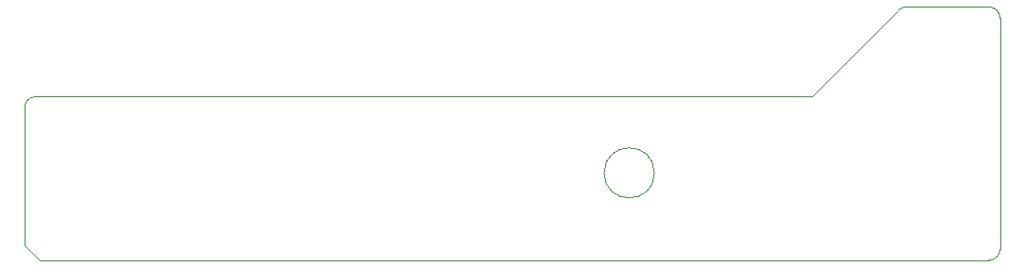
<source format=gm1>
G04 #@! TF.GenerationSoftware,KiCad,Pcbnew,7.0.9*
G04 #@! TF.CreationDate,2023-11-21T14:26:00-05:00*
G04 #@! TF.ProjectId,SCART2VGA,53434152-5432-4564-9741-2e6b69636164,rev?*
G04 #@! TF.SameCoordinates,Original*
G04 #@! TF.FileFunction,Profile,NP*
%FSLAX46Y46*%
G04 Gerber Fmt 4.6, Leading zero omitted, Abs format (unit mm)*
G04 Created by KiCad (PCBNEW 7.0.9) date 2023-11-21 14:26:00*
%MOMM*%
%LPD*%
G01*
G04 APERTURE LIST*
G04 #@! TA.AperFunction,Profile*
%ADD10C,0.050000*%
G04 #@! TD*
G04 APERTURE END LIST*
D10*
X159387329Y-105775152D02*
G75*
G03*
X159387329Y-105775152I-2250000J0D01*
G01*
X103000035Y-112275156D02*
X104350035Y-113625156D01*
X189328391Y-113625091D02*
G75*
G03*
X190328391Y-112625152I9J999991D01*
G01*
X104000034Y-98925234D02*
G75*
G03*
X103000034Y-99925156I-34J-999966D01*
G01*
X181235495Y-91168048D02*
X173478390Y-98925153D01*
X190328391Y-112625152D02*
X190328390Y-91875154D01*
X104350035Y-113625156D02*
X189328391Y-113625152D01*
X190328446Y-91875154D02*
G75*
G03*
X189328390Y-90875154I-999946J54D01*
G01*
X181942602Y-90875140D02*
G75*
G03*
X181235495Y-91168048I-2J-999960D01*
G01*
X173478390Y-98925153D02*
X104000034Y-98925156D01*
X103000034Y-99925156D02*
X103000035Y-112275156D01*
X189328390Y-90875154D02*
X181942602Y-90875154D01*
M02*

</source>
